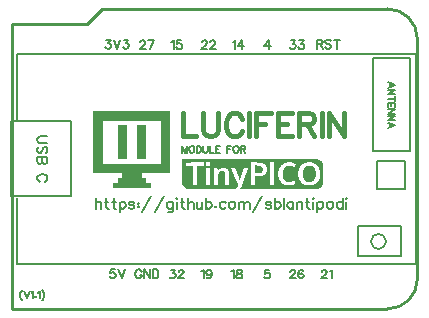
<source format=gto>
G04 Layer: TopSilkscreenLayer*
G04 EasyEDA v6.5.9, 2022-07-22 15:10:41*
G04 7b4b3cc524da4ca09f73bc94dfdf97f7,4245c91a3b6e4cf7aa995480f5c7e4a3,10*
G04 Gerber Generator version 0.2*
G04 Scale: 100 percent, Rotated: No, Reflected: No *
G04 Dimensions in millimeters *
G04 leading zeros omitted , absolute positions ,4 integer and 5 decimal *
%FSLAX45Y45*%
%MOMM*%

%ADD10C,0.1500*%
%ADD11C,0.4064*%
%ADD12C,0.2032*%
%ADD13C,0.1524*%
%ADD14C,0.1270*%
%ADD15C,0.2540*%
%ADD16C,0.0103*%

%LPD*%
G36*
X1422400Y18897600D02*
G01*
X1422400Y18816167D01*
X1992274Y18816167D01*
X1992274Y18449848D01*
X1503832Y18449848D01*
X1503832Y18816167D01*
X1422400Y18816167D01*
X1422400Y18368416D01*
X1666646Y18368416D01*
X1666646Y18327725D01*
X1625904Y18327725D01*
X1625904Y18286984D01*
X1585214Y18286984D01*
X1585214Y18246293D01*
X1910892Y18246293D01*
X1910892Y18286984D01*
X1870151Y18286984D01*
X1870151Y18327725D01*
X1829460Y18327725D01*
X1829460Y18368416D01*
X2073706Y18368416D01*
X2073706Y18897600D01*
G37*
G36*
X1625904Y18775476D02*
G01*
X1625904Y18490539D01*
X1707337Y18490539D01*
X1707337Y18775476D01*
G37*
G36*
X1788769Y18775476D02*
G01*
X1788769Y18490539D01*
X1870151Y18490539D01*
X1870151Y18775476D01*
G37*
G36*
X2170379Y18490895D02*
G01*
X2170529Y18463006D01*
X2408428Y18463006D01*
X2408354Y18461126D01*
X2952597Y18461126D01*
X2952081Y18364149D01*
X2987954Y18364149D01*
X2987954Y18372988D01*
X2988310Y18381319D01*
X2988919Y18388533D01*
X2989834Y18394222D01*
X2991408Y18400064D01*
X2993390Y18405805D01*
X2995726Y18411342D01*
X2998419Y18416676D01*
X3001467Y18421858D01*
X3004870Y18426734D01*
X3008528Y18431459D01*
X3012541Y18435878D01*
X3016758Y18440044D01*
X3021330Y18443905D01*
X3026105Y18447461D01*
X3031083Y18450712D01*
X3036316Y18453608D01*
X3041700Y18456148D01*
X3047288Y18458281D01*
X3053080Y18460059D01*
X3058058Y18461126D01*
X3063900Y18461939D01*
X3070402Y18462498D01*
X3077260Y18462802D01*
X3084220Y18462802D01*
X3091027Y18462548D01*
X3097377Y18461990D01*
X3102965Y18461177D01*
X3107639Y18460059D01*
X3118764Y18456402D01*
X3123844Y18454319D01*
X3129788Y18451525D01*
X3132988Y18449391D01*
X3134156Y18447258D01*
X3133953Y18444565D01*
X3131769Y18437047D01*
X3128619Y18429732D01*
X3125419Y18424398D01*
X3122980Y18422772D01*
X3108350Y18429020D01*
X3103118Y18431052D01*
X3098698Y18432424D01*
X3094786Y18433338D01*
X3090875Y18433846D01*
X3081629Y18434100D01*
X3075584Y18433897D01*
X3069945Y18433288D01*
X3064662Y18432272D01*
X3059684Y18430798D01*
X3055112Y18428919D01*
X3050844Y18426582D01*
X3046882Y18423788D01*
X3043224Y18420537D01*
X3039872Y18416778D01*
X3036722Y18412561D01*
X3033877Y18407888D01*
X3031286Y18402655D01*
X3029153Y18397321D01*
X3027426Y18391530D01*
X3026054Y18385282D01*
X3025089Y18378779D01*
X3024493Y18372175D01*
X3157067Y18372175D01*
X3157321Y18381624D01*
X3158083Y18389295D01*
X3159506Y18396204D01*
X3161233Y18402350D01*
X3163265Y18408192D01*
X3165602Y18413780D01*
X3168192Y18419114D01*
X3171088Y18424144D01*
X3174238Y18428868D01*
X3177692Y18433338D01*
X3181400Y18437504D01*
X3185363Y18441416D01*
X3189630Y18444972D01*
X3194151Y18448274D01*
X3198926Y18451271D01*
X3203956Y18453963D01*
X3209239Y18456300D01*
X3214776Y18458383D01*
X3220516Y18460161D01*
X3226104Y18461278D01*
X3232861Y18462142D01*
X3240430Y18462599D01*
X3248355Y18462802D01*
X3256279Y18462650D01*
X3263849Y18462193D01*
X3270656Y18461380D01*
X3276346Y18460212D01*
X3282289Y18458484D01*
X3288029Y18456351D01*
X3293516Y18453862D01*
X3298748Y18451017D01*
X3303778Y18447867D01*
X3308502Y18444413D01*
X3312922Y18440654D01*
X3317087Y18436539D01*
X3320948Y18432170D01*
X3324504Y18427547D01*
X3327755Y18422670D01*
X3330651Y18417540D01*
X3333191Y18412104D01*
X3335426Y18406516D01*
X3337255Y18400674D01*
X3338728Y18394629D01*
X3339693Y18388431D01*
X3340354Y18380913D01*
X3340709Y18372531D01*
X3340709Y18363742D01*
X3340455Y18355005D01*
X3339896Y18346826D01*
X3339084Y18339612D01*
X3337966Y18333821D01*
X3336086Y18327319D01*
X3333851Y18321172D01*
X3331260Y18315330D01*
X3328365Y18309793D01*
X3325164Y18304560D01*
X3321608Y18299684D01*
X3317798Y18295112D01*
X3313633Y18290895D01*
X3309213Y18287034D01*
X3304438Y18283529D01*
X3299460Y18280380D01*
X3294126Y18277535D01*
X3288588Y18275096D01*
X3282746Y18273014D01*
X3276650Y18271286D01*
X3270300Y18269966D01*
X3263747Y18269000D01*
X3256889Y18268442D01*
X3249828Y18268238D01*
X3242564Y18268492D01*
X3234791Y18269051D01*
X3227832Y18269864D01*
X3221532Y18270982D01*
X3215690Y18272506D01*
X3210255Y18274385D01*
X3204972Y18276671D01*
X3199739Y18279516D01*
X3194456Y18282818D01*
X3189376Y18286526D01*
X3184601Y18290641D01*
X3180181Y18295162D01*
X3176016Y18300039D01*
X3172256Y18305272D01*
X3168802Y18310860D01*
X3165805Y18316702D01*
X3163163Y18322848D01*
X3160522Y18330367D01*
X3158896Y18337784D01*
X3157931Y18347029D01*
X3157321Y18359983D01*
X3157067Y18372175D01*
X3024493Y18372175D01*
X3024276Y18365165D01*
X3024428Y18358256D01*
X3024936Y18351500D01*
X3025851Y18344845D01*
X3027172Y18338495D01*
X3028848Y18332500D01*
X3030931Y18327014D01*
X3033166Y18322696D01*
X3036112Y18318327D01*
X3039668Y18314060D01*
X3043631Y18310047D01*
X3047847Y18306389D01*
X3052165Y18303341D01*
X3056432Y18300903D01*
X3060547Y18299328D01*
X3066084Y18298058D01*
X3072180Y18297296D01*
X3078784Y18296991D01*
X3085693Y18297144D01*
X3092704Y18297753D01*
X3099663Y18298769D01*
X3106420Y18300192D01*
X3127908Y18306948D01*
X3128772Y18303900D01*
X3131108Y18288355D01*
X3132124Y18283580D01*
X3132074Y18281904D01*
X3130702Y18280176D01*
X3128213Y18278449D01*
X3124708Y18276671D01*
X3120339Y18274995D01*
X3115310Y18273369D01*
X3103575Y18270626D01*
X3090722Y18268696D01*
X3084220Y18268188D01*
X3077870Y18267984D01*
X3071266Y18268137D01*
X3064916Y18268696D01*
X3058718Y18269559D01*
X3052775Y18270778D01*
X3047034Y18272353D01*
X3041497Y18274284D01*
X3036163Y18276519D01*
X3031083Y18279110D01*
X3026257Y18282005D01*
X3021685Y18285256D01*
X3017367Y18288812D01*
X3013252Y18292673D01*
X3009442Y18296839D01*
X3005886Y18301309D01*
X3002635Y18306084D01*
X2999638Y18311164D01*
X2996946Y18316498D01*
X2994507Y18322137D01*
X2992424Y18328081D01*
X2990596Y18334278D01*
X2989529Y18339866D01*
X2988716Y18347080D01*
X2988208Y18355360D01*
X2987954Y18364149D01*
X2952081Y18364149D01*
X2951632Y18270728D01*
X2917240Y18269661D01*
X2917240Y18461126D01*
X2801670Y18461075D01*
X2817672Y18460720D01*
X2830322Y18460059D01*
X2839720Y18459094D01*
X2843276Y18458434D01*
X2850591Y18456605D01*
X2857195Y18454370D01*
X2863138Y18451677D01*
X2868472Y18448528D01*
X2873248Y18444819D01*
X2877464Y18440654D01*
X2881172Y18435878D01*
X2884424Y18430494D01*
X2886506Y18425972D01*
X2887726Y18420842D01*
X2888335Y18413831D01*
X2888488Y18403570D01*
X2888335Y18392749D01*
X2887624Y18385485D01*
X2886049Y18379694D01*
X2883255Y18373394D01*
X2880868Y18369026D01*
X2878226Y18365012D01*
X2875381Y18361456D01*
X2872232Y18358307D01*
X2868828Y18355513D01*
X2865069Y18353074D01*
X2860954Y18350992D01*
X2856484Y18349163D01*
X2851048Y18347486D01*
X2844850Y18346013D01*
X2838145Y18344794D01*
X2831084Y18343829D01*
X2816758Y18342762D01*
X2809900Y18342711D01*
X2803499Y18343016D01*
X2789174Y18344184D01*
X2788158Y18270728D01*
X2753817Y18269661D01*
X2753817Y18461126D01*
X2408354Y18461126D01*
X2407361Y18434202D01*
X2374849Y18433135D01*
X2374849Y18463006D01*
X2170529Y18463006D01*
X2170689Y18433288D01*
X2207666Y18433288D01*
X2207768Y18451017D01*
X2208428Y18458434D01*
X2208885Y18459907D01*
X2211832Y18460212D01*
X2230983Y18460770D01*
X2263089Y18461075D01*
X2354427Y18461126D01*
X2354427Y18433389D01*
X2299614Y18432373D01*
X2299492Y18412866D01*
X2471013Y18412866D01*
X2475230Y18396051D01*
X2486152Y18403773D01*
X2492806Y18407989D01*
X2499512Y18411342D01*
X2506370Y18413831D01*
X2513330Y18415457D01*
X2520391Y18416270D01*
X2527554Y18416219D01*
X2534818Y18415355D01*
X2542133Y18413577D01*
X2546756Y18411901D01*
X2551023Y18409666D01*
X2555036Y18406973D01*
X2558643Y18403722D01*
X2561894Y18400064D01*
X2564790Y18395950D01*
X2567228Y18391428D01*
X2569210Y18386501D01*
X2570276Y18383199D01*
X2571038Y18379592D01*
X2571648Y18375122D01*
X2572410Y18361812D01*
X2572664Y18339460D01*
X2572664Y18270728D01*
X2539238Y18270728D01*
X2538069Y18335853D01*
X2537460Y18356275D01*
X2536444Y18370143D01*
X2535783Y18375071D01*
X2534869Y18378932D01*
X2533751Y18381878D01*
X2532329Y18384113D01*
X2530652Y18385790D01*
X2528671Y18387161D01*
X2526284Y18388330D01*
X2520696Y18390108D01*
X2514600Y18390616D01*
X2508250Y18390006D01*
X2501900Y18388330D01*
X2495854Y18385688D01*
X2490368Y18382183D01*
X2485644Y18377865D01*
X2481935Y18372886D01*
X2481427Y18371261D01*
X2480513Y18363590D01*
X2479751Y18350280D01*
X2479141Y18331434D01*
X2477922Y18270728D01*
X2444496Y18270728D01*
X2443530Y18412866D01*
X2408275Y18412866D01*
X2408275Y18269813D01*
X2374849Y18269813D01*
X2374849Y18412866D01*
X2299492Y18412866D01*
X2298649Y18269661D01*
X2264308Y18270728D01*
X2263343Y18433288D01*
X2170689Y18433288D01*
X2171192Y18340070D01*
X2171700Y18302325D01*
X2172157Y18291556D01*
X2172766Y18284494D01*
X2173579Y18279922D01*
X2174748Y18276671D01*
X2177491Y18271185D01*
X2180031Y18267121D01*
X2182977Y18263057D01*
X2186279Y18259094D01*
X2189784Y18255335D01*
X2193391Y18251881D01*
X2197100Y18248833D01*
X2202027Y18245429D01*
X2206955Y18242584D01*
X2209647Y18241416D01*
X2212797Y18240400D01*
X2216658Y18239536D01*
X2221534Y18238774D01*
X2227580Y18238165D01*
X2244293Y18237301D01*
X2268728Y18236793D01*
X2348687Y18236590D01*
X2564282Y18237301D01*
X2590800Y18237606D01*
X2608072Y18238063D01*
X2618333Y18238724D01*
X2623718Y18239536D01*
X2625344Y18240095D01*
X2627122Y18241010D01*
X2632710Y18246496D01*
X2638399Y18255234D01*
X2642870Y18264632D01*
X2644546Y18272099D01*
X2641904Y18279922D01*
X2621940Y18330722D01*
X2589072Y18410529D01*
X2589479Y18411647D01*
X2592222Y18412358D01*
X2597708Y18412714D01*
X2624785Y18412866D01*
X2652877Y18335447D01*
X2658008Y18321985D01*
X2661107Y18314466D01*
X2661716Y18313450D01*
X2663240Y18316702D01*
X2671165Y18338444D01*
X2691130Y18397372D01*
X2696565Y18412866D01*
X2721000Y18412714D01*
X2726537Y18412358D01*
X2730195Y18411748D01*
X2731516Y18411037D01*
X2721102Y18382030D01*
X2698292Y18321020D01*
X2675788Y18261939D01*
X2669844Y18247563D01*
X2667660Y18242940D01*
X2666339Y18240959D01*
X2665120Y18239689D01*
X2664612Y18238114D01*
X2666796Y18237860D01*
X2683662Y18237454D01*
X2764434Y18236793D01*
X2826359Y18236539D01*
X3158286Y18236438D01*
X3239414Y18236692D01*
X3285540Y18237352D01*
X3301288Y18237860D01*
X3313125Y18238520D01*
X3321710Y18239333D01*
X3327806Y18240400D01*
X3332073Y18241619D01*
X3335274Y18243092D01*
X3343960Y18248833D01*
X3347618Y18251932D01*
X3351276Y18255386D01*
X3354781Y18259145D01*
X3358032Y18263108D01*
X3360978Y18267121D01*
X3363569Y18271185D01*
X3366312Y18276671D01*
X3367430Y18279770D01*
X3368243Y18283732D01*
X3368852Y18289524D01*
X3369462Y18310402D01*
X3369564Y18443549D01*
X3363468Y18455995D01*
X3360826Y18460872D01*
X3357930Y18465393D01*
X3354679Y18469559D01*
X3351174Y18473369D01*
X3347313Y18476925D01*
X3343097Y18480125D01*
X3338474Y18483072D01*
X3333496Y18485764D01*
X3325012Y18489930D01*
G37*
G36*
X2789072Y18435523D02*
G01*
X2789072Y18367857D01*
X2819247Y18369127D01*
X2827070Y18369940D01*
X2833522Y18371108D01*
X2838856Y18372785D01*
X2843174Y18374969D01*
X2846730Y18377763D01*
X2849575Y18381218D01*
X2851962Y18385332D01*
X2854401Y18391784D01*
X2855671Y18398388D01*
X2855772Y18404890D01*
X2854807Y18411088D01*
X2852775Y18416930D01*
X2849727Y18422112D01*
X2845714Y18426480D01*
X2840786Y18429833D01*
X2835859Y18432018D01*
X2830169Y18433389D01*
X2822295Y18434253D01*
G37*
G36*
X3246882Y18434913D02*
G01*
X3241649Y18434608D01*
X3236569Y18433846D01*
X3231794Y18432576D01*
X3223310Y18429173D01*
X3216249Y18424906D01*
X3210458Y18419673D01*
X3205632Y18413272D01*
X3200908Y18405094D01*
X3197809Y18397778D01*
X3195726Y18389752D01*
X3194151Y18379389D01*
X3193440Y18372124D01*
X3193237Y18365012D01*
X3193440Y18358104D01*
X3194050Y18351347D01*
X3195066Y18344896D01*
X3196539Y18338698D01*
X3198418Y18332805D01*
X3200654Y18327268D01*
X3203295Y18322086D01*
X3206292Y18317311D01*
X3209696Y18312993D01*
X3213404Y18309132D01*
X3217113Y18306034D01*
X3220872Y18303443D01*
X3224834Y18301360D01*
X3229152Y18299734D01*
X3233826Y18298515D01*
X3238957Y18297702D01*
X3244748Y18297296D01*
X3251200Y18297144D01*
X3256737Y18297398D01*
X3261969Y18298058D01*
X3266897Y18299125D01*
X3271520Y18300598D01*
X3275838Y18302478D01*
X3279851Y18304814D01*
X3283559Y18307507D01*
X3287014Y18310606D01*
X3290112Y18314162D01*
X3292957Y18318124D01*
X3295497Y18322493D01*
X3297732Y18327319D01*
X3299663Y18332500D01*
X3301339Y18338139D01*
X3302711Y18344235D01*
X3303778Y18350687D01*
X3304438Y18357189D01*
X3304743Y18363692D01*
X3304641Y18370194D01*
X3304184Y18376595D01*
X3303371Y18382894D01*
X3302203Y18389041D01*
X3300679Y18394984D01*
X3298799Y18400623D01*
X3296615Y18405906D01*
X3294176Y18410834D01*
X3291382Y18415355D01*
X3288334Y18419368D01*
X3285286Y18422467D01*
X3281629Y18425261D01*
X3277514Y18427750D01*
X3272942Y18429884D01*
X3268065Y18431713D01*
X3262884Y18433084D01*
X3257600Y18434100D01*
X3252266Y18434710D01*
G37*
D10*
X2171700Y18602452D02*
G01*
X2171700Y18545302D01*
X2171700Y18602452D02*
G01*
X2193543Y18545302D01*
X2215388Y18602452D02*
G01*
X2193543Y18545302D01*
X2215388Y18602452D02*
G01*
X2215388Y18545302D01*
X2249677Y18602452D02*
G01*
X2244343Y18599912D01*
X2238756Y18594324D01*
X2235961Y18588989D01*
X2233422Y18580608D01*
X2233422Y18567145D01*
X2235961Y18559018D01*
X2238756Y18553429D01*
X2244343Y18548095D01*
X2249677Y18545302D01*
X2260600Y18545302D01*
X2266188Y18548095D01*
X2271522Y18553429D01*
X2274315Y18559018D01*
X2276856Y18567145D01*
X2276856Y18580608D01*
X2274315Y18588989D01*
X2271522Y18594324D01*
X2266188Y18599912D01*
X2260600Y18602452D01*
X2249677Y18602452D01*
X2294890Y18602452D02*
G01*
X2294890Y18545302D01*
X2294890Y18602452D02*
G01*
X2313940Y18602452D01*
X2322322Y18599912D01*
X2327656Y18594324D01*
X2330450Y18588989D01*
X2333243Y18580608D01*
X2333243Y18567145D01*
X2330450Y18559018D01*
X2327656Y18553429D01*
X2322322Y18548095D01*
X2313940Y18545302D01*
X2294890Y18545302D01*
X2351277Y18602452D02*
G01*
X2351277Y18561558D01*
X2353818Y18553429D01*
X2359406Y18548095D01*
X2367534Y18545302D01*
X2372868Y18545302D01*
X2381250Y18548095D01*
X2386584Y18553429D01*
X2389377Y18561558D01*
X2389377Y18602452D01*
X2407411Y18602452D02*
G01*
X2407411Y18545302D01*
X2407411Y18545302D02*
G01*
X2440177Y18545302D01*
X2457958Y18602452D02*
G01*
X2457958Y18545302D01*
X2457958Y18602452D02*
G01*
X2493518Y18602452D01*
X2457958Y18575274D02*
G01*
X2479802Y18575274D01*
X2457958Y18545302D02*
G01*
X2493518Y18545302D01*
X2553461Y18602452D02*
G01*
X2553461Y18545302D01*
X2553461Y18602452D02*
G01*
X2589022Y18602452D01*
X2553461Y18575274D02*
G01*
X2575306Y18575274D01*
X2623311Y18602452D02*
G01*
X2617977Y18599912D01*
X2612390Y18594324D01*
X2609595Y18588989D01*
X2607056Y18580608D01*
X2607056Y18567145D01*
X2609595Y18559018D01*
X2612390Y18553429D01*
X2617977Y18548095D01*
X2623311Y18545302D01*
X2634234Y18545302D01*
X2639822Y18548095D01*
X2645156Y18553429D01*
X2647950Y18559018D01*
X2650490Y18567145D01*
X2650490Y18580608D01*
X2647950Y18588989D01*
X2645156Y18594324D01*
X2639822Y18599912D01*
X2634234Y18602452D01*
X2623311Y18602452D01*
X2668524Y18602452D02*
G01*
X2668524Y18545302D01*
X2668524Y18602452D02*
G01*
X2693161Y18602452D01*
X2701290Y18599912D01*
X2704084Y18597118D01*
X2706877Y18591529D01*
X2706877Y18586195D01*
X2704084Y18580608D01*
X2701290Y18578068D01*
X2693161Y18575274D01*
X2668524Y18575274D01*
X2687574Y18575274D02*
G01*
X2706877Y18545302D01*
X819150Y17381474D02*
G01*
X813815Y17376139D01*
X808228Y17368012D01*
X802894Y17357089D01*
X800100Y17343374D01*
X800100Y17332452D01*
X802894Y17318736D01*
X808228Y17307813D01*
X813815Y17299686D01*
X819150Y17294352D01*
X837184Y17370552D02*
G01*
X859028Y17313402D01*
X880871Y17370552D02*
G01*
X859028Y17313402D01*
X898905Y17359629D02*
G01*
X904239Y17362424D01*
X912368Y17370552D01*
X912368Y17313402D01*
X933195Y17327118D02*
G01*
X930402Y17324324D01*
X933195Y17321529D01*
X935989Y17324324D01*
X933195Y17327118D01*
X954023Y17359629D02*
G01*
X959357Y17362424D01*
X967486Y17370552D01*
X967486Y17313402D01*
X985520Y17381474D02*
G01*
X991107Y17376139D01*
X996442Y17368012D01*
X1002029Y17357089D01*
X1004570Y17343374D01*
X1004570Y17332452D01*
X1002029Y17318736D01*
X996442Y17307813D01*
X991107Y17299686D01*
X985520Y17294352D01*
X3972052Y19117055D02*
G01*
X3914902Y19138900D01*
X3972052Y19117055D02*
G01*
X3914902Y19095212D01*
X3933952Y19130771D02*
G01*
X3933952Y19103339D01*
X3972052Y19077178D02*
G01*
X3914902Y19077178D01*
X3972052Y19077178D02*
G01*
X3914902Y19039078D01*
X3972052Y19039078D02*
G01*
X3914902Y19039078D01*
X3972052Y19001994D02*
G01*
X3914902Y19001994D01*
X3972052Y19021044D02*
G01*
X3972052Y18982944D01*
X3972052Y18964910D02*
G01*
X3914902Y18964910D01*
X3972052Y18964910D02*
G01*
X3972052Y18929350D01*
X3944874Y18964910D02*
G01*
X3944874Y18943066D01*
X3914902Y18964910D02*
G01*
X3914902Y18929350D01*
X3972052Y18911570D02*
G01*
X3914902Y18911570D01*
X3972052Y18911570D02*
G01*
X3914902Y18873216D01*
X3972052Y18873216D02*
G01*
X3914902Y18873216D01*
X3972052Y18855181D02*
G01*
X3914902Y18855181D01*
X3972052Y18855181D02*
G01*
X3914902Y18817081D01*
X3972052Y18817081D02*
G01*
X3914902Y18817081D01*
X3972052Y18777204D02*
G01*
X3914902Y18799048D01*
X3972052Y18777204D02*
G01*
X3914902Y18755360D01*
X3933952Y18790920D02*
G01*
X3933952Y18763742D01*
X1032002Y18681700D02*
G01*
X969771Y18681700D01*
X957326Y18677636D01*
X948944Y18669254D01*
X944879Y18656808D01*
X944879Y18648426D01*
X948944Y18635979D01*
X957326Y18627598D01*
X969771Y18623534D01*
X1032002Y18623534D01*
X1019555Y18537936D02*
G01*
X1027937Y18546318D01*
X1032002Y18558763D01*
X1032002Y18575274D01*
X1027937Y18587720D01*
X1019555Y18596102D01*
X1011173Y18596102D01*
X1003045Y18592037D01*
X998728Y18587720D01*
X994663Y18579337D01*
X986281Y18554445D01*
X982218Y18546318D01*
X978154Y18542000D01*
X969771Y18537936D01*
X957326Y18537936D01*
X948944Y18546318D01*
X944879Y18558763D01*
X944879Y18575274D01*
X948944Y18587720D01*
X957326Y18596102D01*
X1032002Y18510504D02*
G01*
X944879Y18510504D01*
X1032002Y18510504D02*
G01*
X1032002Y18473166D01*
X1027937Y18460466D01*
X1023873Y18456402D01*
X1015492Y18452337D01*
X1007110Y18452337D01*
X998728Y18456402D01*
X994663Y18460466D01*
X990600Y18473166D01*
X990600Y18510504D02*
G01*
X990600Y18473166D01*
X986281Y18460466D01*
X982218Y18456402D01*
X973836Y18452337D01*
X961389Y18452337D01*
X953007Y18456402D01*
X948944Y18460466D01*
X944879Y18473166D01*
X944879Y18510504D01*
X1011173Y18298413D02*
G01*
X1019555Y18302731D01*
X1027937Y18310860D01*
X1032002Y18319242D01*
X1032002Y18336005D01*
X1027937Y18344134D01*
X1019555Y18352516D01*
X1011173Y18356579D01*
X998728Y18360898D01*
X978154Y18360898D01*
X965454Y18356579D01*
X957326Y18352516D01*
X948944Y18344134D01*
X944879Y18336005D01*
X944879Y18319242D01*
X948944Y18310860D01*
X957326Y18302731D01*
X965454Y18298413D01*
D11*
X2179827Y18877279D02*
G01*
X2179827Y18683478D01*
X2179827Y18683478D02*
G01*
X2290572Y18683478D01*
X2351531Y18877279D02*
G01*
X2351531Y18738850D01*
X2360929Y18711163D01*
X2379218Y18692621D01*
X2407158Y18683478D01*
X2425445Y18683478D01*
X2453131Y18692621D01*
X2471674Y18711163D01*
X2480818Y18738850D01*
X2480818Y18877279D01*
X2680461Y18831052D02*
G01*
X2671318Y18849594D01*
X2652775Y18868136D01*
X2634234Y18877279D01*
X2597404Y18877279D01*
X2578861Y18868136D01*
X2560320Y18849594D01*
X2551175Y18831052D01*
X2541777Y18803366D01*
X2541777Y18757392D01*
X2551175Y18729452D01*
X2560320Y18711163D01*
X2578861Y18692621D01*
X2597404Y18683478D01*
X2634234Y18683478D01*
X2652775Y18692621D01*
X2671318Y18711163D01*
X2680461Y18729452D01*
X2741422Y18877279D02*
G01*
X2741422Y18683478D01*
X2802381Y18877279D02*
G01*
X2802381Y18683478D01*
X2802381Y18877279D02*
G01*
X2922524Y18877279D01*
X2802381Y18785078D02*
G01*
X2876295Y18785078D01*
X2983484Y18877279D02*
G01*
X2983484Y18683478D01*
X2983484Y18877279D02*
G01*
X3103372Y18877279D01*
X2983484Y18785078D02*
G01*
X3057397Y18785078D01*
X2983484Y18683478D02*
G01*
X3103372Y18683478D01*
X3164331Y18877279D02*
G01*
X3164331Y18683478D01*
X3164331Y18877279D02*
G01*
X3247643Y18877279D01*
X3275329Y18868136D01*
X3284474Y18858992D01*
X3293618Y18840450D01*
X3293618Y18821908D01*
X3284474Y18803366D01*
X3275329Y18794221D01*
X3247643Y18785078D01*
X3164331Y18785078D01*
X3229102Y18785078D02*
G01*
X3293618Y18683478D01*
X3354577Y18877279D02*
G01*
X3354577Y18683478D01*
X3415538Y18877279D02*
G01*
X3415538Y18683478D01*
X3415538Y18877279D02*
G01*
X3545077Y18683478D01*
X3545077Y18877279D02*
G01*
X3545077Y18683478D01*
D12*
X1443248Y18158693D02*
G01*
X1443248Y18069031D01*
X1443248Y18111703D02*
G01*
X1455948Y18124657D01*
X1464584Y18128975D01*
X1477538Y18128975D01*
X1485920Y18124657D01*
X1490238Y18111703D01*
X1490238Y18069031D01*
X1531132Y18158693D02*
G01*
X1531132Y18086049D01*
X1535450Y18073349D01*
X1544086Y18069031D01*
X1552722Y18069031D01*
X1518432Y18128975D02*
G01*
X1548404Y18128975D01*
X1593616Y18158693D02*
G01*
X1593616Y18086049D01*
X1597934Y18073349D01*
X1606316Y18069031D01*
X1614952Y18069031D01*
X1580916Y18128975D02*
G01*
X1610634Y18128975D01*
X1643146Y18128975D02*
G01*
X1643146Y18039059D01*
X1643146Y18116021D02*
G01*
X1651782Y18124657D01*
X1660164Y18128975D01*
X1673118Y18128975D01*
X1681500Y18124657D01*
X1690136Y18116021D01*
X1694454Y18103321D01*
X1694454Y18094685D01*
X1690136Y18081985D01*
X1681500Y18073349D01*
X1673118Y18069031D01*
X1660164Y18069031D01*
X1651782Y18073349D01*
X1643146Y18081985D01*
X1769638Y18116021D02*
G01*
X1765320Y18124657D01*
X1752620Y18128975D01*
X1739666Y18128975D01*
X1726966Y18124657D01*
X1722648Y18116021D01*
X1726966Y18107639D01*
X1735348Y18103321D01*
X1756684Y18099003D01*
X1765320Y18094685D01*
X1769638Y18086049D01*
X1769638Y18081985D01*
X1765320Y18073349D01*
X1752620Y18069031D01*
X1739666Y18069031D01*
X1726966Y18073349D01*
X1722648Y18081985D01*
X1802150Y18120339D02*
G01*
X1797832Y18116021D01*
X1802150Y18111703D01*
X1806468Y18116021D01*
X1802150Y18120339D01*
X1802150Y18090367D02*
G01*
X1797832Y18086049D01*
X1802150Y18081985D01*
X1806468Y18086049D01*
X1802150Y18090367D01*
X1911370Y18175965D02*
G01*
X1834662Y18039059D01*
X2016526Y18175965D02*
G01*
X1939564Y18039059D01*
X2096028Y18128975D02*
G01*
X2096028Y18060649D01*
X2091710Y18047695D01*
X2087392Y18043377D01*
X2079010Y18039059D01*
X2066056Y18039059D01*
X2057420Y18043377D01*
X2096028Y18116021D02*
G01*
X2087392Y18124657D01*
X2079010Y18128975D01*
X2066056Y18128975D01*
X2057420Y18124657D01*
X2049038Y18116021D01*
X2044720Y18103321D01*
X2044720Y18094685D01*
X2049038Y18081985D01*
X2057420Y18073349D01*
X2066056Y18069031D01*
X2079010Y18069031D01*
X2087392Y18073349D01*
X2096028Y18081985D01*
X2124222Y18158693D02*
G01*
X2128540Y18154629D01*
X2132604Y18158693D01*
X2128540Y18163011D01*
X2124222Y18158693D01*
X2128540Y18128975D02*
G01*
X2128540Y18069031D01*
X2173752Y18158693D02*
G01*
X2173752Y18086049D01*
X2178070Y18073349D01*
X2186452Y18069031D01*
X2195088Y18069031D01*
X2160798Y18128975D02*
G01*
X2190770Y18128975D01*
X2223282Y18158693D02*
G01*
X2223282Y18069031D01*
X2223282Y18111703D02*
G01*
X2235982Y18124657D01*
X2244618Y18128975D01*
X2257572Y18128975D01*
X2265954Y18124657D01*
X2270272Y18111703D01*
X2270272Y18069031D01*
X2298466Y18128975D02*
G01*
X2298466Y18086049D01*
X2302784Y18073349D01*
X2311166Y18069031D01*
X2324120Y18069031D01*
X2332756Y18073349D01*
X2345456Y18086049D01*
X2345456Y18128975D02*
G01*
X2345456Y18069031D01*
X2373650Y18158693D02*
G01*
X2373650Y18069031D01*
X2373650Y18116021D02*
G01*
X2382286Y18124657D01*
X2390668Y18128975D01*
X2403622Y18128975D01*
X2412004Y18124657D01*
X2420640Y18116021D01*
X2424958Y18103321D01*
X2424958Y18094685D01*
X2420640Y18081985D01*
X2412004Y18073349D01*
X2403622Y18069031D01*
X2390668Y18069031D01*
X2382286Y18073349D01*
X2373650Y18081985D01*
X2457470Y18090367D02*
G01*
X2453152Y18086049D01*
X2457470Y18081985D01*
X2461534Y18086049D01*
X2457470Y18090367D01*
X2541036Y18116021D02*
G01*
X2532654Y18124657D01*
X2524018Y18128975D01*
X2511318Y18128975D01*
X2502682Y18124657D01*
X2494046Y18116021D01*
X2489728Y18103321D01*
X2489728Y18094685D01*
X2494046Y18081985D01*
X2502682Y18073349D01*
X2511318Y18069031D01*
X2524018Y18069031D01*
X2532654Y18073349D01*
X2541036Y18081985D01*
X2590566Y18128975D02*
G01*
X2582184Y18124657D01*
X2573548Y18116021D01*
X2569230Y18103321D01*
X2569230Y18094685D01*
X2573548Y18081985D01*
X2582184Y18073349D01*
X2590566Y18069031D01*
X2603520Y18069031D01*
X2611902Y18073349D01*
X2620538Y18081985D01*
X2624856Y18094685D01*
X2624856Y18103321D01*
X2620538Y18116021D01*
X2611902Y18124657D01*
X2603520Y18128975D01*
X2590566Y18128975D01*
X2653050Y18128975D02*
G01*
X2653050Y18069031D01*
X2653050Y18111703D02*
G01*
X2665750Y18124657D01*
X2674386Y18128975D01*
X2687086Y18128975D01*
X2695722Y18124657D01*
X2700040Y18111703D01*
X2700040Y18069031D01*
X2700040Y18111703D02*
G01*
X2712740Y18124657D01*
X2721376Y18128975D01*
X2734076Y18128975D01*
X2742712Y18124657D01*
X2747030Y18111703D01*
X2747030Y18069031D01*
X2852186Y18175965D02*
G01*
X2775224Y18039059D01*
X2927370Y18116021D02*
G01*
X2923052Y18124657D01*
X2910098Y18128975D01*
X2897398Y18128975D01*
X2884444Y18124657D01*
X2880380Y18116021D01*
X2884444Y18107639D01*
X2893080Y18103321D01*
X2914416Y18099003D01*
X2923052Y18094685D01*
X2927370Y18086049D01*
X2927370Y18081985D01*
X2923052Y18073349D01*
X2910098Y18069031D01*
X2897398Y18069031D01*
X2884444Y18073349D01*
X2880380Y18081985D01*
X2955564Y18158693D02*
G01*
X2955564Y18069031D01*
X2955564Y18116021D02*
G01*
X2963946Y18124657D01*
X2972582Y18128975D01*
X2985282Y18128975D01*
X2993918Y18124657D01*
X3002554Y18116021D01*
X3006618Y18103321D01*
X3006618Y18094685D01*
X3002554Y18081985D01*
X2993918Y18073349D01*
X2985282Y18069031D01*
X2972582Y18069031D01*
X2963946Y18073349D01*
X2955564Y18081985D01*
X3034812Y18158693D02*
G01*
X3034812Y18069031D01*
X3114314Y18128975D02*
G01*
X3114314Y18069031D01*
X3114314Y18116021D02*
G01*
X3105932Y18124657D01*
X3097296Y18128975D01*
X3084596Y18128975D01*
X3075960Y18124657D01*
X3067324Y18116021D01*
X3063006Y18103321D01*
X3063006Y18094685D01*
X3067324Y18081985D01*
X3075960Y18073349D01*
X3084596Y18069031D01*
X3097296Y18069031D01*
X3105932Y18073349D01*
X3114314Y18081985D01*
X3142508Y18128975D02*
G01*
X3142508Y18069031D01*
X3142508Y18111703D02*
G01*
X3155462Y18124657D01*
X3163844Y18128975D01*
X3176798Y18128975D01*
X3185180Y18124657D01*
X3189498Y18111703D01*
X3189498Y18069031D01*
X3230646Y18158693D02*
G01*
X3230646Y18086049D01*
X3234964Y18073349D01*
X3243346Y18069031D01*
X3251982Y18069031D01*
X3217692Y18128975D02*
G01*
X3247664Y18128975D01*
X3280176Y18158693D02*
G01*
X3284494Y18154629D01*
X3288558Y18158693D01*
X3284494Y18163011D01*
X3280176Y18158693D01*
X3284494Y18128975D02*
G01*
X3284494Y18069031D01*
X3316752Y18128975D02*
G01*
X3316752Y18039059D01*
X3316752Y18116021D02*
G01*
X3325388Y18124657D01*
X3334024Y18128975D01*
X3346724Y18128975D01*
X3355360Y18124657D01*
X3363742Y18116021D01*
X3368060Y18103321D01*
X3368060Y18094685D01*
X3363742Y18081985D01*
X3355360Y18073349D01*
X3346724Y18069031D01*
X3334024Y18069031D01*
X3325388Y18073349D01*
X3316752Y18081985D01*
X3417590Y18128975D02*
G01*
X3409208Y18124657D01*
X3400572Y18116021D01*
X3396254Y18103321D01*
X3396254Y18094685D01*
X3400572Y18081985D01*
X3409208Y18073349D01*
X3417590Y18069031D01*
X3430544Y18069031D01*
X3438926Y18073349D01*
X3447562Y18081985D01*
X3451880Y18094685D01*
X3451880Y18103321D01*
X3447562Y18116021D01*
X3438926Y18124657D01*
X3430544Y18128975D01*
X3417590Y18128975D01*
X3531382Y18158693D02*
G01*
X3531382Y18069031D01*
X3531382Y18116021D02*
G01*
X3522746Y18124657D01*
X3514110Y18128975D01*
X3501410Y18128975D01*
X3492774Y18124657D01*
X3484392Y18116021D01*
X3480074Y18103321D01*
X3480074Y18094685D01*
X3484392Y18081985D01*
X3492774Y18073349D01*
X3501410Y18069031D01*
X3514110Y18069031D01*
X3522746Y18073349D01*
X3531382Y18081985D01*
X3559576Y18158693D02*
G01*
X3563894Y18154629D01*
X3567958Y18158693D01*
X3563894Y18163011D01*
X3559576Y18158693D01*
X3563894Y18128975D02*
G01*
X3563894Y18069031D01*
D13*
X1819655Y19477989D02*
G01*
X1819655Y19481292D01*
X1822957Y19488150D01*
X1826513Y19491705D01*
X1833371Y19495262D01*
X1847342Y19495262D01*
X1854200Y19491705D01*
X1857755Y19488150D01*
X1861057Y19481292D01*
X1861057Y19474434D01*
X1857755Y19467576D01*
X1850644Y19457162D01*
X1816100Y19422363D01*
X1864613Y19422363D01*
X1935988Y19495262D02*
G01*
X1901189Y19422363D01*
X1887473Y19495262D02*
G01*
X1935988Y19495262D01*
X2082800Y19481292D02*
G01*
X2089658Y19484848D01*
X2100072Y19495262D01*
X2100072Y19422363D01*
X2164588Y19495262D02*
G01*
X2129790Y19495262D01*
X2126488Y19464020D01*
X2129790Y19467576D01*
X2140204Y19470878D01*
X2150618Y19470878D01*
X2161031Y19467576D01*
X2167890Y19460463D01*
X2171445Y19450050D01*
X2171445Y19443192D01*
X2167890Y19432778D01*
X2161031Y19425920D01*
X2150618Y19422363D01*
X2140204Y19422363D01*
X2129790Y19425920D01*
X2126488Y19429476D01*
X2122931Y19436334D01*
X2340356Y19477989D02*
G01*
X2340356Y19481292D01*
X2343658Y19488150D01*
X2347213Y19491705D01*
X2354072Y19495262D01*
X2368041Y19495262D01*
X2374900Y19491705D01*
X2378456Y19488150D01*
X2381758Y19481292D01*
X2381758Y19474434D01*
X2378456Y19467576D01*
X2371343Y19457162D01*
X2336800Y19422363D01*
X2385313Y19422363D01*
X2411729Y19477989D02*
G01*
X2411729Y19481292D01*
X2415031Y19488150D01*
X2418588Y19491705D01*
X2425445Y19495262D01*
X2439415Y19495262D01*
X2446274Y19491705D01*
X2449829Y19488150D01*
X2453131Y19481292D01*
X2453131Y19474434D01*
X2449829Y19467576D01*
X2442718Y19457162D01*
X2408174Y19422363D01*
X2456688Y19422363D01*
X2603500Y19481292D02*
G01*
X2610358Y19484848D01*
X2620772Y19495262D01*
X2620772Y19422363D01*
X2678429Y19495262D02*
G01*
X2643631Y19446748D01*
X2695702Y19446748D01*
X2678429Y19495262D02*
G01*
X2678429Y19422363D01*
X2904743Y19495262D02*
G01*
X2870200Y19446748D01*
X2922270Y19446748D01*
X2904743Y19495262D02*
G01*
X2904743Y19422363D01*
X3092958Y19495262D02*
G01*
X3131058Y19495262D01*
X3110229Y19467576D01*
X3120643Y19467576D01*
X3127756Y19464020D01*
X3131058Y19460463D01*
X3134613Y19450050D01*
X3134613Y19443192D01*
X3131058Y19432778D01*
X3124200Y19425920D01*
X3113786Y19422363D01*
X3103372Y19422363D01*
X3092958Y19425920D01*
X3089656Y19429476D01*
X3086100Y19436334D01*
X3164331Y19495262D02*
G01*
X3202431Y19495262D01*
X3181604Y19467576D01*
X3192018Y19467576D01*
X3199129Y19464020D01*
X3202431Y19460463D01*
X3205988Y19450050D01*
X3205988Y19443192D01*
X3202431Y19432778D01*
X3195574Y19425920D01*
X3185159Y19422363D01*
X3174745Y19422363D01*
X3164331Y19425920D01*
X3161029Y19429476D01*
X3157474Y19436334D01*
X3314700Y19498055D02*
G01*
X3314700Y19425158D01*
X3314700Y19498055D02*
G01*
X3345941Y19498055D01*
X3356356Y19494500D01*
X3359658Y19490944D01*
X3363213Y19484086D01*
X3363213Y19477228D01*
X3359658Y19470370D01*
X3356356Y19466813D01*
X3345941Y19463258D01*
X3314700Y19463258D01*
X3338829Y19463258D02*
G01*
X3363213Y19425158D01*
X3434588Y19487642D02*
G01*
X3427729Y19494500D01*
X3417315Y19498055D01*
X3403345Y19498055D01*
X3392931Y19494500D01*
X3386074Y19487642D01*
X3386074Y19480529D01*
X3389629Y19473671D01*
X3392931Y19470370D01*
X3399790Y19466813D01*
X3420618Y19459955D01*
X3427729Y19456400D01*
X3431031Y19452844D01*
X3434588Y19445986D01*
X3434588Y19435571D01*
X3427729Y19428713D01*
X3417315Y19425158D01*
X3403345Y19425158D01*
X3392931Y19428713D01*
X3386074Y19435571D01*
X3481577Y19498055D02*
G01*
X3481577Y19425158D01*
X3457447Y19498055D02*
G01*
X3505961Y19498055D01*
X1530857Y19498055D02*
G01*
X1568957Y19498055D01*
X1548129Y19470370D01*
X1558544Y19470370D01*
X1565655Y19466813D01*
X1568957Y19463258D01*
X1572513Y19452844D01*
X1572513Y19445986D01*
X1568957Y19435571D01*
X1562100Y19428713D01*
X1551686Y19425158D01*
X1541271Y19425158D01*
X1530857Y19428713D01*
X1527555Y19432270D01*
X1524000Y19439128D01*
X1595373Y19498055D02*
G01*
X1623060Y19425158D01*
X1650745Y19498055D02*
G01*
X1623060Y19425158D01*
X1680463Y19498055D02*
G01*
X1718563Y19498055D01*
X1697989Y19470370D01*
X1708150Y19470370D01*
X1715262Y19466813D01*
X1718563Y19463258D01*
X1722120Y19452844D01*
X1722120Y19445986D01*
X1718563Y19435571D01*
X1711705Y19428713D01*
X1701292Y19425158D01*
X1690878Y19425158D01*
X1680463Y19428713D01*
X1677162Y19432270D01*
X1673605Y19439128D01*
X1603755Y17554955D02*
G01*
X1568957Y17554955D01*
X1565655Y17523713D01*
X1568957Y17527270D01*
X1579371Y17530571D01*
X1589786Y17530571D01*
X1600200Y17527270D01*
X1607057Y17520158D01*
X1610613Y17509744D01*
X1610613Y17502886D01*
X1607057Y17492471D01*
X1600200Y17485613D01*
X1589786Y17482058D01*
X1579371Y17482058D01*
X1568957Y17485613D01*
X1565655Y17489170D01*
X1562100Y17496028D01*
X1633473Y17554955D02*
G01*
X1661160Y17482058D01*
X1688845Y17554955D02*
G01*
X1661160Y17482058D01*
X1830070Y17537429D02*
G01*
X1826513Y17544542D01*
X1819655Y17551400D01*
X1812544Y17554955D01*
X1798828Y17554955D01*
X1791970Y17551400D01*
X1784857Y17544542D01*
X1781555Y17537429D01*
X1778000Y17527270D01*
X1778000Y17509744D01*
X1781555Y17499329D01*
X1784857Y17492471D01*
X1791970Y17485613D01*
X1798828Y17482058D01*
X1812544Y17482058D01*
X1819655Y17485613D01*
X1826513Y17492471D01*
X1830070Y17499329D01*
X1830070Y17509744D01*
X1812544Y17509744D02*
G01*
X1830070Y17509744D01*
X1852929Y17554955D02*
G01*
X1852929Y17482058D01*
X1852929Y17554955D02*
G01*
X1901189Y17482058D01*
X1901189Y17554955D02*
G01*
X1901189Y17482058D01*
X1924050Y17554955D02*
G01*
X1924050Y17482058D01*
X1924050Y17554955D02*
G01*
X1948434Y17554955D01*
X1958847Y17551400D01*
X1965706Y17544542D01*
X1969261Y17537429D01*
X1972563Y17527270D01*
X1972563Y17509744D01*
X1969261Y17499329D01*
X1965706Y17492471D01*
X1958847Y17485613D01*
X1948434Y17482058D01*
X1924050Y17482058D01*
X2076958Y17552162D02*
G01*
X2115058Y17552162D01*
X2094229Y17524476D01*
X2104643Y17524476D01*
X2111756Y17520920D01*
X2115058Y17517363D01*
X2118613Y17506950D01*
X2118613Y17500092D01*
X2115058Y17489678D01*
X2108200Y17482820D01*
X2097786Y17479263D01*
X2087372Y17479263D01*
X2076958Y17482820D01*
X2073656Y17486376D01*
X2070100Y17493234D01*
X2145029Y17534889D02*
G01*
X2145029Y17538192D01*
X2148331Y17545050D01*
X2151888Y17548605D01*
X2158745Y17552162D01*
X2172715Y17552162D01*
X2179574Y17548605D01*
X2183129Y17545050D01*
X2186431Y17538192D01*
X2186431Y17531334D01*
X2183129Y17524476D01*
X2176018Y17514062D01*
X2141474Y17479263D01*
X2189988Y17479263D01*
X2336800Y17538192D02*
G01*
X2343658Y17541748D01*
X2354072Y17552162D01*
X2354072Y17479263D01*
X2421890Y17527778D02*
G01*
X2418588Y17517363D01*
X2411729Y17510505D01*
X2401315Y17506950D01*
X2397759Y17506950D01*
X2387345Y17510505D01*
X2380488Y17517363D01*
X2376931Y17527778D01*
X2376931Y17531334D01*
X2380488Y17541748D01*
X2387345Y17548605D01*
X2397759Y17552162D01*
X2401315Y17552162D01*
X2411729Y17548605D01*
X2418588Y17541748D01*
X2421890Y17527778D01*
X2421890Y17510505D01*
X2418588Y17493234D01*
X2411729Y17482820D01*
X2401315Y17479263D01*
X2394204Y17479263D01*
X2383790Y17482820D01*
X2380488Y17489678D01*
X2590800Y17538192D02*
G01*
X2597658Y17541748D01*
X2608072Y17552162D01*
X2608072Y17479263D01*
X2648204Y17552162D02*
G01*
X2637790Y17548605D01*
X2634488Y17541748D01*
X2634488Y17534889D01*
X2637790Y17527778D01*
X2644902Y17524476D01*
X2658618Y17520920D01*
X2669031Y17517363D01*
X2675890Y17510505D01*
X2679445Y17503648D01*
X2679445Y17493234D01*
X2675890Y17486376D01*
X2672588Y17482820D01*
X2662174Y17479263D01*
X2648204Y17479263D01*
X2637790Y17482820D01*
X2634488Y17486376D01*
X2630931Y17493234D01*
X2630931Y17503648D01*
X2634488Y17510505D01*
X2641345Y17517363D01*
X2651759Y17520920D01*
X2665729Y17524476D01*
X2672588Y17527778D01*
X2675890Y17534889D01*
X2675890Y17541748D01*
X2672588Y17548605D01*
X2662174Y17552162D01*
X2648204Y17552162D01*
X2911856Y17552162D02*
G01*
X2877058Y17552162D01*
X2873756Y17520920D01*
X2877058Y17524476D01*
X2887472Y17527778D01*
X2897886Y17527778D01*
X2908300Y17524476D01*
X2915158Y17517363D01*
X2918713Y17506950D01*
X2918713Y17500092D01*
X2915158Y17489678D01*
X2908300Y17482820D01*
X2897886Y17479263D01*
X2887472Y17479263D01*
X2877058Y17482820D01*
X2873756Y17486376D01*
X2870200Y17493234D01*
X3089656Y17534889D02*
G01*
X3089656Y17538192D01*
X3092958Y17545050D01*
X3096513Y17548605D01*
X3103372Y17552162D01*
X3117341Y17552162D01*
X3124200Y17548605D01*
X3127756Y17545050D01*
X3131058Y17538192D01*
X3131058Y17531334D01*
X3127756Y17524476D01*
X3120643Y17514062D01*
X3086100Y17479263D01*
X3134613Y17479263D01*
X3199129Y17541748D02*
G01*
X3195574Y17548605D01*
X3185159Y17552162D01*
X3178302Y17552162D01*
X3167888Y17548605D01*
X3161029Y17538192D01*
X3157474Y17520920D01*
X3157474Y17503648D01*
X3161029Y17489678D01*
X3167888Y17482820D01*
X3178302Y17479263D01*
X3181604Y17479263D01*
X3192018Y17482820D01*
X3199129Y17489678D01*
X3202431Y17500092D01*
X3202431Y17503648D01*
X3199129Y17514062D01*
X3192018Y17520920D01*
X3181604Y17524476D01*
X3178302Y17524476D01*
X3167888Y17520920D01*
X3161029Y17514062D01*
X3157474Y17503648D01*
X3356356Y17534889D02*
G01*
X3356356Y17538192D01*
X3359658Y17545050D01*
X3363213Y17548605D01*
X3370072Y17552162D01*
X3384041Y17552162D01*
X3390900Y17548605D01*
X3394456Y17545050D01*
X3397758Y17538192D01*
X3397758Y17531334D01*
X3394456Y17524476D01*
X3387343Y17514062D01*
X3352800Y17479263D01*
X3401313Y17479263D01*
X3424174Y17538192D02*
G01*
X3431031Y17541748D01*
X3441445Y17552162D01*
X3441445Y17479263D01*
D14*
X777239Y19381470D02*
G01*
X4152900Y19381470D01*
X4152900Y17603470D01*
X777239Y17603470D01*
X4104944Y19347814D02*
G01*
X3787444Y19347814D01*
X3787444Y18554700D01*
X4104944Y18554700D01*
X4104944Y19347814D01*
X3819829Y18475655D02*
G01*
X3819829Y18237200D01*
X4057650Y18237200D01*
X4057650Y18475655D01*
X3819829Y18475655D01*
X3658539Y17919700D02*
G01*
X3658539Y17665700D01*
X4025900Y17665700D01*
X4025900Y17919700D01*
X3658539Y17919700D01*
X723900Y18808700D02*
G01*
X723900Y18173700D01*
X1231900Y18173700D01*
X1231900Y18808700D01*
X723900Y18808700D01*
X787400Y19380200D02*
G01*
X773760Y19380200D01*
X773760Y18817894D01*
X789304Y17604435D02*
G01*
X773760Y17604435D01*
X773760Y18164505D01*
D15*
X4165600Y19507200D02*
G01*
X4165600Y17475200D01*
X1494028Y19761200D02*
G01*
X1367028Y19634200D01*
X732028Y19634200D01*
X3907027Y17221200D02*
G01*
X732028Y17221200D01*
X732028Y19634200D01*
X3907027Y19761200D02*
G01*
X1494028Y19761200D01*
D14*
G75*
G01*
X3898900Y17792700D02*
G03*
X3898900Y17792014I-63499J-343D01*
D15*
G75*
G01*
X4165597Y17475203D02*
G02*
X3911597Y17221203I-253999J-1D01*
G75*
G01*
X3911597Y19761197D02*
G02*
X4165597Y19507197I1J-253999D01*
M02*

</source>
